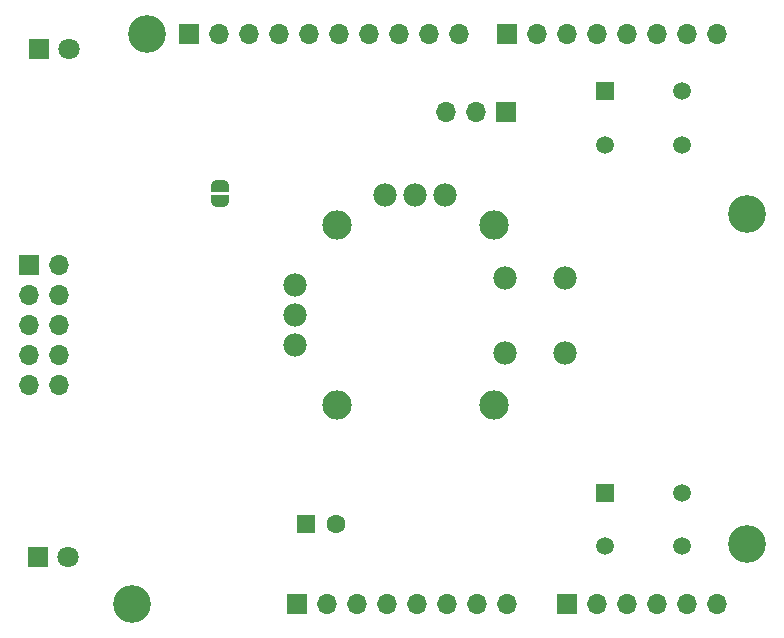
<source format=gbr>
%TF.GenerationSoftware,KiCad,Pcbnew,7.0.2-0*%
%TF.CreationDate,2023-11-21T13:06:45-05:00*%
%TF.ProjectId,ControllerShield,436f6e74-726f-46c6-9c65-72536869656c,rev?*%
%TF.SameCoordinates,Original*%
%TF.FileFunction,Soldermask,Bot*%
%TF.FilePolarity,Negative*%
%FSLAX46Y46*%
G04 Gerber Fmt 4.6, Leading zero omitted, Abs format (unit mm)*
G04 Created by KiCad (PCBNEW 7.0.2-0) date 2023-11-21 13:06:45*
%MOMM*%
%LPD*%
G01*
G04 APERTURE LIST*
G04 Aperture macros list*
%AMFreePoly0*
4,1,19,0.500000,-0.750000,0.000000,-0.750000,0.000000,-0.744911,-0.071157,-0.744911,-0.207708,-0.704816,-0.327430,-0.627875,-0.420627,-0.520320,-0.479746,-0.390866,-0.500000,-0.250000,-0.500000,0.250000,-0.479746,0.390866,-0.420627,0.520320,-0.327430,0.627875,-0.207708,0.704816,-0.071157,0.744911,0.000000,0.744911,0.000000,0.750000,0.500000,0.750000,0.500000,-0.750000,0.500000,-0.750000,
$1*%
%AMFreePoly1*
4,1,19,0.000000,0.744911,0.071157,0.744911,0.207708,0.704816,0.327430,0.627875,0.420627,0.520320,0.479746,0.390866,0.500000,0.250000,0.500000,-0.250000,0.479746,-0.390866,0.420627,-0.520320,0.327430,-0.627875,0.207708,-0.704816,0.071157,-0.744911,0.000000,-0.744911,0.000000,-0.750000,-0.500000,-0.750000,-0.500000,0.750000,0.000000,0.750000,0.000000,0.744911,0.000000,0.744911,
$1*%
G04 Aperture macros list end*
%ADD10R,1.700000X1.700000*%
%ADD11O,1.700000X1.700000*%
%ADD12R,1.800000X1.800000*%
%ADD13C,1.800000*%
%ADD14C,1.982000*%
%ADD15C,2.490000*%
%ADD16R,1.498600X1.498600*%
%ADD17C,1.498600*%
%ADD18C,3.200000*%
%ADD19R,1.600000X1.600000*%
%ADD20C,1.600000*%
%ADD21FreePoly0,90.000000*%
%ADD22FreePoly1,90.000000*%
G04 APERTURE END LIST*
D10*
%TO.C,J1*%
X149890000Y-138655000D03*
D11*
X152430000Y-138655000D03*
X154970000Y-138655000D03*
X157510000Y-138655000D03*
X160050000Y-138655000D03*
X162590000Y-138655000D03*
X165130000Y-138655000D03*
X167670000Y-138655000D03*
%TD*%
D10*
%TO.C,J3*%
X172750000Y-138655000D03*
D11*
X175290000Y-138655000D03*
X177830000Y-138655000D03*
X180370000Y-138655000D03*
X182910000Y-138655000D03*
X185450000Y-138655000D03*
%TD*%
D10*
%TO.C,J2*%
X140746000Y-90395000D03*
D11*
X143286000Y-90395000D03*
X145826000Y-90395000D03*
X148366000Y-90395000D03*
X150906000Y-90395000D03*
X153446000Y-90395000D03*
X155986000Y-90395000D03*
X158526000Y-90395000D03*
X161066000Y-90395000D03*
X163606000Y-90395000D03*
%TD*%
D10*
%TO.C,J4*%
X167670000Y-90395000D03*
D11*
X170210000Y-90395000D03*
X172750000Y-90395000D03*
X175290000Y-90395000D03*
X177830000Y-90395000D03*
X180370000Y-90395000D03*
X182910000Y-90395000D03*
X185450000Y-90395000D03*
%TD*%
D12*
%TO.C,D1*%
X128025000Y-134650000D03*
D13*
X130565000Y-134650000D03*
%TD*%
D14*
%TO.C,U1*%
X172650000Y-111020000D03*
X172650000Y-117370000D03*
X167570000Y-111020000D03*
X167570000Y-117370000D03*
X149790000Y-111655000D03*
X149790000Y-114195000D03*
X149790000Y-116735000D03*
D15*
X166617500Y-106575000D03*
X153282500Y-106575000D03*
X153282500Y-121815000D03*
X166617500Y-121815000D03*
D14*
X162490000Y-104035000D03*
X159950000Y-104035000D03*
X157410000Y-104035000D03*
%TD*%
D12*
%TO.C,D2*%
X128075000Y-91700000D03*
D13*
X130615000Y-91700000D03*
%TD*%
D16*
%TO.C,SW1*%
X175999999Y-129260599D03*
D17*
X182500001Y-129260599D03*
X175999999Y-133760600D03*
X182500001Y-133760600D03*
%TD*%
D16*
%TO.C,SW2*%
X175999999Y-95260599D03*
D17*
X182500001Y-95260599D03*
X175999999Y-99760600D03*
X182500001Y-99760600D03*
%TD*%
D18*
%TO.C,MH1*%
X137190000Y-90395000D03*
%TD*%
D10*
%TO.C,J5*%
X127210000Y-109920000D03*
D11*
X129750000Y-109920000D03*
X127210000Y-112460000D03*
X129750000Y-112460000D03*
X127210000Y-115000000D03*
X129750000Y-115000000D03*
X127210000Y-117540000D03*
X129750000Y-117540000D03*
X127210000Y-120080000D03*
X129750000Y-120080000D03*
%TD*%
D10*
%TO.C,J6*%
X167580000Y-97000000D03*
D11*
X165040000Y-97000000D03*
X162500000Y-97000000D03*
%TD*%
D18*
%TO.C,MH2*%
X135920000Y-138655000D03*
%TD*%
%TO.C,MH3*%
X187990000Y-105635000D03*
%TD*%
%TO.C,MH4*%
X187990000Y-133575000D03*
%TD*%
D19*
%TO.C,C5*%
X150717621Y-131900000D03*
D20*
X153217621Y-131900000D03*
%TD*%
D21*
%TO.C,JP1*%
X143400000Y-104570000D03*
D22*
X143400000Y-103270000D03*
%TD*%
M02*

</source>
